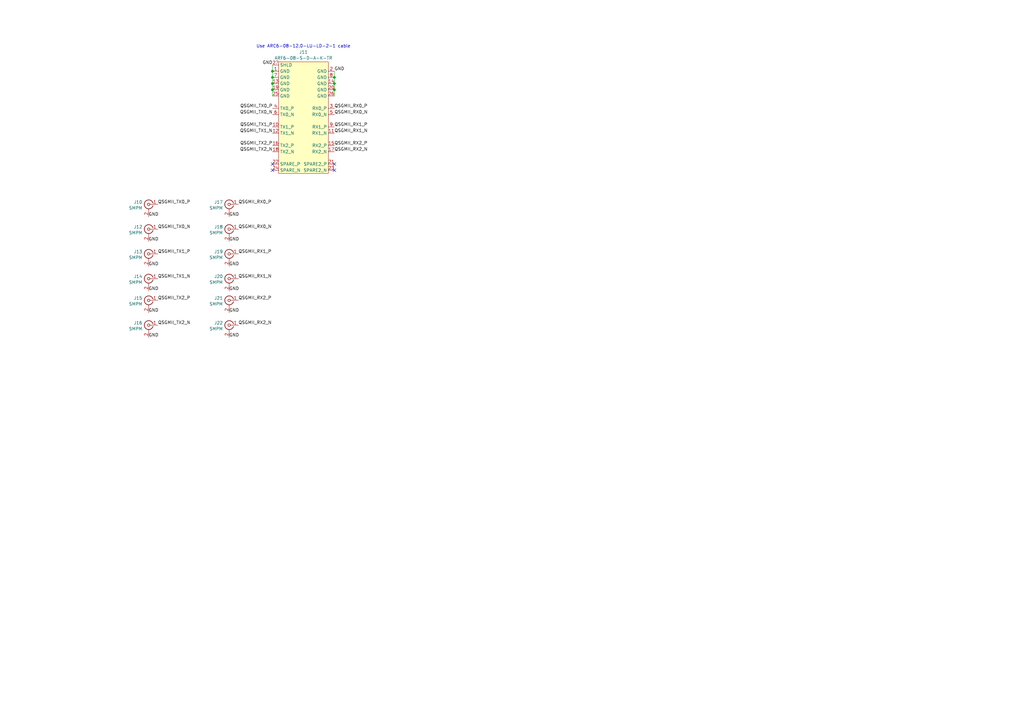
<source format=kicad_sch>
(kicad_sch (version 20231120) (generator "eeschema") (generator_version "8.0")
  (paper "A3")
  (title_block (title "Andrew D. Zonenberg") (date "2025-01-10") (rev "0.1") (company "Antikernel Labs"))
  (lib_symbols
    (symbol "conn:CONN_COAXIAL" (pin_names (offset 1.016) hide)
      (property "Reference" "J" (at 0.254 3.048 0))
      (property "Value" "CONN_COAXIAL" (at 2.921 0 90))
      (symbol "CONN_COAXIAL_0_1"
        (arc (start -1.778 -0.508) (mid 0.2311 -1.8066) (end 1.778 0) (stroke (width 0.254)))
        (polyline (pts (xy -1.27 0) (xy -0.508 0)))
        (polyline (pts (xy 0 -2.54) (xy 0 -1.778)))
        (circle (center 0 0) (radius 0.508) (stroke (width 0.2032)))
        (arc (start 1.778 0) (mid 0.2099 1.8101) (end -1.778 0.508) (stroke (width 0.254)))
      )
      (symbol "CONN_COAXIAL_1_1"
        (pin passive line (at -3.81 0 0) (length 2.54) (name "In") (number "1"))
        (pin passive line (at 0 -5.08 90) (length 2.54) (name "Ext") (number "2"))
      )
    )
    (symbol "special-azonenberg:CONN_LATENTRED_LINECARD_HS_HOST"
      (property "Reference" "J" (at 0 -1.27 0))
      (property "Value" "ARF6-08-S-D-A-K-TR" (at 0 0 0))
      (symbol "CONN_LATENTRED_LINECARD_HS_HOST_1_1"
        (rectangle (start 0 45.72) (end 20.32 0) (fill (type background)))
        (pin power_in line (at -2.54 41.91 0) (length 2.54) (name "GND") (number "1"))
        (pin input line (at -2.54 19.05 0) (length 2.54) (name "TX1_P") (number "10"))
        (pin output line (at 22.86 16.51 180) (length 2.54) (name "RX1_N") (number "11"))
        (pin input line (at -2.54 16.51 0) (length 2.54) (name "TX1_N") (number "12"))
        (pin power_in line (at -2.54 36.83 0) (length 2.54) (name "GND") (number "13"))
        (pin power_in line (at 22.86 36.83 180) (length 2.54) (name "GND") (number "14"))
        (pin output line (at 22.86 11.43 180) (length 2.54) (name "RX2_P") (number "15"))
        (pin input line (at -2.54 11.43 0) (length 2.54) (name "TX2_P") (number "16"))
        (pin output line (at 22.86 8.89 180) (length 2.54) (name "RX2_N") (number "17"))
        (pin input line (at -2.54 8.89 0) (length 2.54) (name "TX2_N") (number "18"))
        (pin power_in line (at -2.54 34.29 0) (length 2.54) (name "GND") (number "19"))
        (pin power_in line (at 22.86 41.91 180) (length 2.54) (name "GND") (number "2"))
        (pin power_in line (at 22.86 34.29 180) (length 2.54) (name "GND") (number "20"))
        (pin output line (at 22.86 3.81 180) (length 2.54) (name "SPARE2_P") (number "21"))
        (pin input line (at -2.54 3.81 0) (length 2.54) (name "SPARE_P") (number "22"))
        (pin output line (at 22.86 1.27 180) (length 2.54) (name "SPARE2_N") (number "23"))
        (pin input line (at -2.54 1.27 0) (length 2.54) (name "SPARE_N") (number "24"))
        (pin power_in line (at -2.54 31.75 0) (length 2.54) (name "GND") (number "25"))
        (pin power_in line (at 22.86 31.75 180) (length 2.54) (name "GND") (number "26"))
        (pin power_in line (at -2.54 44.45 0) (length 2.54) (name "SHLD") (number "27"))
        (pin output line (at 22.86 26.67 180) (length 2.54) (name "RX0_P") (number "3"))
        (pin input line (at -2.54 26.67 0) (length 2.54) (name "TX0_P") (number "4"))
        (pin output line (at 22.86 24.13 180) (length 2.54) (name "RX0_N") (number "5"))
        (pin input line (at -2.54 24.13 0) (length 2.54) (name "TX0_N") (number "6"))
        (pin power_in line (at -2.54 39.37 0) (length 2.54) (name "GND") (number "7"))
        (pin power_in line (at 22.86 39.37 180) (length 2.54) (name "GND") (number "8"))
        (pin output line (at 22.86 19.05 180) (length 2.54) (name "RX1_P") (number "9"))
      )
    )
  )
  (junction (at 111.76 36.83))
  (junction (at 137.16 34.29))
  (junction (at 137.16 36.83))
  (junction (at 111.76 34.29))
  (junction (at 111.76 31.75))
  (junction (at 137.16 31.75))
  (junction (at 111.76 29.21))
  (no_connect (at 137.16 67.31))
  (no_connect (at 137.16 69.85))
  (no_connect (at 111.76 67.31))
  (no_connect (at 111.76 69.85))
  (wire (pts (xy 111.76 36.83) (xy 111.76 39.37)))
  (wire (pts (xy 137.16 36.83) (xy 137.16 39.37)))
  (wire (pts (xy 111.76 29.21) (xy 111.76 31.75)))
  (wire (pts (xy 137.16 34.29) (xy 137.16 36.83)))
  (wire (pts (xy 111.76 31.75) (xy 111.76 34.29)))
  (wire (pts (xy 137.16 31.75) (xy 137.16 34.29)))
  (wire (pts (xy 137.16 29.21) (xy 137.16 31.75)))
  (wire (pts (xy 111.76 26.67) (xy 111.76 29.21)))
  (wire (pts (xy 111.76 34.29) (xy 111.76 36.83)))
  (text "Use ARC6-08-12.0-LU-LD-2-1 cable" (at 124.46 19.05 0) (effects (font (size 1.27 1.27))))
  (label "GND" (at 111.76 26.67 180))
  (label "GND" (at 60.96 88.9 0))
  (label "GND" (at 93.98 88.9 0))
  (label "QSGMII_RX1_P" (at 137.16 52.07 0))
  (label "QSGMII_TX0_N" (at 64.77 93.98 0))
  (label "GND" (at 60.96 138.43 0))
  (label "GND" (at 60.96 119.38 0))
  (label "QSGMII_RX2_N" (at 137.16 62.23 0))
  (label "QSGMII_RX1_N" (at 97.79 114.3 0))
  (label "GND" (at 60.96 99.06 0))
  (label "GND" (at 60.96 109.22 0))
  (label "GND" (at 93.98 138.43 0))
  (label "GND" (at 137.16 29.21 0))
  (label "QSGMII_RX0_N" (at 137.16 46.99 0))
  (label "QSGMII_RX2_P" (at 137.16 59.69 0))
  (label "GND" (at 93.98 119.38 0))
  (label "QSGMII_RX0_N" (at 97.79 93.98 0))
  (label "QSGMII_TX1_P" (at 64.77 104.14 0))
  (label "GND" (at 93.98 128.27 0))
  (label "GND" (at 60.96 128.27 0))
  (label "QSGMII_TX0_P" (at 111.76 44.45 180))
  (label "QSGMII_RX1_N" (at 137.16 54.61 0))
  (label "QSGMII_TX2_N" (at 111.76 62.23 180))
  (label "QSGMII_TX1_N" (at 64.77 114.3 0))
  (label "QSGMII_RX0_P" (at 137.16 44.45 0))
  (label "QSGMII_RX2_P" (at 97.79 123.19 0))
  (label "QSGMII_TX2_P" (at 111.76 59.69 180))
  (label "QSGMII_RX1_P" (at 97.79 104.14 0))
  (label "QSGMII_RX2_N" (at 97.79 133.35 0))
  (label "QSGMII_RX0_P" (at 97.79 83.82 0))
  (label "QSGMII_TX0_P" (at 64.77 83.82 0))
  (label "QSGMII_TX0_N" (at 111.76 46.99 180))
  (label "QSGMII_TX2_N" (at 64.77 133.35 0))
  (label "GND" (at 93.98 109.22 0))
  (label "QSGMII_TX1_P" (at 111.76 52.07 180))
  (label "QSGMII_TX2_P" (at 64.77 123.19 0))
  (label "GND" (at 93.98 99.06 0))
  (label "QSGMII_TX1_N" (at 111.76 54.61 180))
  (symbol (lib_id "conn:CONN_COAXIAL") (at 93.98 83.82 0) (mirror y) (unit 1)
    (property "Reference" "J17" (at 91.44 82.901 0) (effects (justify left)))
    (property "Value" "SMPM" (at 91.44 85.3253 0) (effects (justify left)))
    (property "Footprint" "azonenberg_pcb:CONN_SMPM_AMPHENOL_C925-197J-51PT" (effects (hide yes)))
    (property "Description" "coaxial connector (BNC, SMA, SMB, SMC, Cinch/RCA, ...)" (effects (hide yes)))
  )
  (symbol (lib_id "conn:CONN_COAXIAL") (at 93.98 104.14 0) (mirror y) (unit 1)
    (property "Reference" "J19" (at 91.44 103.221 0) (effects (justify left)))
    (property "Value" "SMPM" (at 91.44 105.6453 0) (effects (justify left)))
    (property "Footprint" "azonenberg_pcb:CONN_SMPM_AMPHENOL_C925-197J-51PT" (effects (hide yes)))
    (property "Description" "coaxial connector (BNC, SMA, SMB, SMC, Cinch/RCA, ...)" (effects (hide yes)))
  )
  (symbol (lib_id "conn:CONN_COAXIAL") (at 60.96 104.14 0) (mirror y) (unit 1)
    (property "Reference" "J13" (at 58.42 103.221 0) (effects (justify left)))
    (property "Value" "SMPM" (at 58.42 105.6453 0) (effects (justify left)))
    (property "Footprint" "azonenberg_pcb:CONN_SMPM_AMPHENOL_C925-197J-51PT" (effects (hide yes)))
    (property "Description" "coaxial connector (BNC, SMA, SMB, SMC, Cinch/RCA, ...)" (effects (hide yes)))
  )
  (symbol (lib_id "conn:CONN_COAXIAL") (at 60.96 123.19 0) (mirror y) (unit 1)
    (property "Reference" "J15" (at 58.42 122.271 0) (effects (justify left)))
    (property "Value" "SMPM" (at 58.42 124.6953 0) (effects (justify left)))
    (property "Footprint" "azonenberg_pcb:CONN_SMPM_AMPHENOL_C925-197J-51PT" (effects (hide yes)))
    (property "Description" "coaxial connector (BNC, SMA, SMB, SMC, Cinch/RCA, ...)" (effects (hide yes)))
  )
  (symbol (lib_id "conn:CONN_COAXIAL") (at 93.98 114.3 0) (mirror y) (unit 1)
    (property "Reference" "J20" (at 91.44 113.381 0) (effects (justify left)))
    (property "Value" "SMPM" (at 91.44 115.8053 0) (effects (justify left)))
    (property "Footprint" "azonenberg_pcb:CONN_SMPM_AMPHENOL_C925-197J-51PT" (effects (hide yes)))
    (property "Description" "coaxial connector (BNC, SMA, SMB, SMC, Cinch/RCA, ...)" (effects (hide yes)))
  )
  (symbol (lib_id "conn:CONN_COAXIAL") (at 60.96 83.82 0) (mirror y) (unit 1)
    (property "Reference" "J10" (at 58.42 82.901 0) (effects (justify left)))
    (property "Value" "SMPM" (at 58.42 85.3253 0) (effects (justify left)))
    (property "Footprint" "azonenberg_pcb:CONN_SMPM_AMPHENOL_C925-197J-51PT" (effects (hide yes)))
    (property "Description" "coaxial connector (BNC, SMA, SMB, SMC, Cinch/RCA, ...)" (effects (hide yes)))
  )
  (symbol (lib_id "conn:CONN_COAXIAL") (at 60.96 114.3 0) (mirror y) (unit 1)
    (property "Reference" "J14" (at 58.42 113.381 0) (effects (justify left)))
    (property "Value" "SMPM" (at 58.42 115.8053 0) (effects (justify left)))
    (property "Footprint" "azonenberg_pcb:CONN_SMPM_AMPHENOL_C925-197J-51PT" (effects (hide yes)))
    (property "Description" "coaxial connector (BNC, SMA, SMB, SMC, Cinch/RCA, ...)" (effects (hide yes)))
  )
  (symbol (lib_id "special-azonenberg:CONN_LATENTRED_LINECARD_HS_HOST") (at 114.3 71.12 0) (unit 1)
    (property "Reference" "J11" (at 124.46 21.3825 0))
    (property "Value" "ARF6-08-S-D-A-K-TR" (at 124.46 23.8068 0))
    (property "Footprint" "azonenberg_pcb:CONN_SAMTEC_ARF6-08-S-D-A-K-TR" (effects (hide yes)))
  )
  (symbol (lib_id "conn:CONN_COAXIAL") (at 93.98 133.35 0) (mirror y) (unit 1)
    (property "Reference" "J22" (at 91.44 132.431 0) (effects (justify left)))
    (property "Value" "SMPM" (at 91.44 134.8553 0) (effects (justify left)))
    (property "Footprint" "azonenberg_pcb:CONN_SMPM_AMPHENOL_C925-197J-51PT" (effects (hide yes)))
    (property "Description" "coaxial connector (BNC, SMA, SMB, SMC, Cinch/RCA, ...)" (effects (hide yes)))
  )
  (symbol (lib_id "conn:CONN_COAXIAL") (at 60.96 133.35 0) (mirror y) (unit 1)
    (property "Reference" "J16" (at 58.42 132.431 0) (effects (justify left)))
    (property "Value" "SMPM" (at 58.42 134.8553 0) (effects (justify left)))
    (property "Footprint" "azonenberg_pcb:CONN_SMPM_AMPHENOL_C925-197J-51PT" (effects (hide yes)))
    (property "Description" "coaxial connector (BNC, SMA, SMB, SMC, Cinch/RCA, ...)" (effects (hide yes)))
  )
  (symbol (lib_id "conn:CONN_COAXIAL") (at 93.98 93.98 0) (mirror y) (unit 1)
    (property "Reference" "J18" (at 91.44 93.061 0) (effects (justify left)))
    (property "Value" "SMPM" (at 91.44 95.4853 0) (effects (justify left)))
    (property "Footprint" "azonenberg_pcb:CONN_SMPM_AMPHENOL_C925-197J-51PT" (effects (hide yes)))
    (property "Description" "coaxial connector (BNC, SMA, SMB, SMC, Cinch/RCA, ...)" (effects (hide yes)))
  )
  (symbol (lib_id "conn:CONN_COAXIAL") (at 93.98 123.19 0) (mirror y) (unit 1)
    (property "Reference" "J21" (at 91.44 122.271 0) (effects (justify left)))
    (property "Value" "SMPM" (at 91.44 124.6953 0) (effects (justify left)))
    (property "Footprint" "azonenberg_pcb:CONN_SMPM_AMPHENOL_C925-197J-51PT" (effects (hide yes)))
    (property "Description" "coaxial connector (BNC, SMA, SMB, SMC, Cinch/RCA, ...)" (effects (hide yes)))
  )
  (symbol (lib_id "conn:CONN_COAXIAL") (at 60.96 93.98 0) (mirror y) (unit 1)
    (property "Reference" "J12" (at 58.42 93.061 0) (effects (justify left)))
    (property "Value" "SMPM" (at 58.42 95.4853 0) (effects (justify left)))
    (property "Footprint" "azonenberg_pcb:CONN_SMPM_AMPHENOL_C925-197J-51PT" (effects (hide yes)))
    (property "Description" "coaxial connector (BNC, SMA, SMB, SMC, Cinch/RCA, ...)" (effects (hide yes)))
  )
)
</source>
